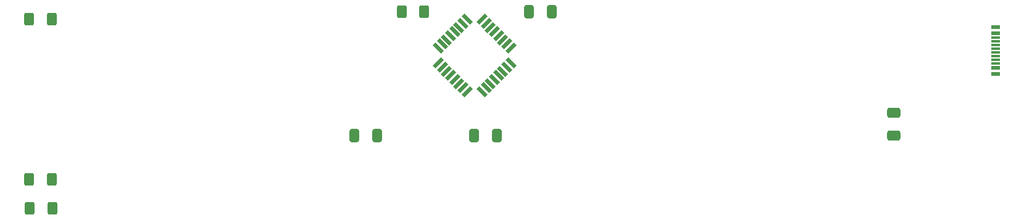
<source format=gbr>
%TF.GenerationSoftware,KiCad,Pcbnew,7.0.2*%
%TF.CreationDate,2024-10-16T20:37:04+05:30*%
%TF.ProjectId,digitalClock,64696769-7461-46c4-936c-6f636b2e6b69,rev?*%
%TF.SameCoordinates,Original*%
%TF.FileFunction,Paste,Top*%
%TF.FilePolarity,Positive*%
%FSLAX46Y46*%
G04 Gerber Fmt 4.6, Leading zero omitted, Abs format (unit mm)*
G04 Created by KiCad (PCBNEW 7.0.2) date 2024-10-16 20:37:04*
%MOMM*%
%LPD*%
G01*
G04 APERTURE LIST*
G04 Aperture macros list*
%AMRoundRect*
0 Rectangle with rounded corners*
0 $1 Rounding radius*
0 $2 $3 $4 $5 $6 $7 $8 $9 X,Y pos of 4 corners*
0 Add a 4 corners polygon primitive as box body*
4,1,4,$2,$3,$4,$5,$6,$7,$8,$9,$2,$3,0*
0 Add four circle primitives for the rounded corners*
1,1,$1+$1,$2,$3*
1,1,$1+$1,$4,$5*
1,1,$1+$1,$6,$7*
1,1,$1+$1,$8,$9*
0 Add four rect primitives between the rounded corners*
20,1,$1+$1,$2,$3,$4,$5,0*
20,1,$1+$1,$4,$5,$6,$7,0*
20,1,$1+$1,$6,$7,$8,$9,0*
20,1,$1+$1,$8,$9,$2,$3,0*%
%AMRotRect*
0 Rectangle, with rotation*
0 The origin of the aperture is its center*
0 $1 length*
0 $2 width*
0 $3 Rotation angle, in degrees counterclockwise*
0 Add horizontal line*
21,1,$1,$2,0,0,$3*%
G04 Aperture macros list end*
%ADD10RoundRect,0.250000X0.412500X0.650000X-0.412500X0.650000X-0.412500X-0.650000X0.412500X-0.650000X0*%
%ADD11RoundRect,0.250000X0.400000X0.625000X-0.400000X0.625000X-0.400000X-0.625000X0.400000X-0.625000X0*%
%ADD12R,1.150000X0.600000*%
%ADD13R,1.150000X0.300000*%
%ADD14RotRect,1.600000X0.550000X45.000000*%
%ADD15RotRect,1.600000X0.550000X135.000000*%
%ADD16RoundRect,0.250000X-0.412500X-0.650000X0.412500X-0.650000X0.412500X0.650000X-0.412500X0.650000X0*%
%ADD17RoundRect,0.250000X-0.650000X0.412500X-0.650000X-0.412500X0.650000X-0.412500X0.650000X0.412500X0*%
G04 APERTURE END LIST*
D10*
%TO.C,C1*%
X131125000Y-105000000D03*
X128000000Y-105000000D03*
%TD*%
D11*
%TO.C,R2*%
X86500000Y-89000000D03*
X83400000Y-89000000D03*
%TD*%
D12*
%TO.C,J7*%
X215935000Y-96520000D03*
X215935000Y-95720000D03*
D13*
X215935000Y-94570000D03*
X215935000Y-93570000D03*
X215935000Y-93070000D03*
X215935000Y-92070000D03*
D12*
X215935000Y-90120000D03*
X215935000Y-90920000D03*
D13*
X215935000Y-91570000D03*
X215935000Y-92570000D03*
X215935000Y-94070000D03*
X215935000Y-95070000D03*
%TD*%
D14*
%TO.C,U1*%
X139514897Y-95025305D03*
X140080583Y-95590990D03*
X140646268Y-96156676D03*
X141211953Y-96722361D03*
X141777639Y-97288047D03*
X142343324Y-97853732D03*
X142909010Y-98419417D03*
X143474695Y-98985103D03*
D15*
X145525305Y-98985103D03*
X146090990Y-98419417D03*
X146656676Y-97853732D03*
X147222361Y-97288047D03*
X147788047Y-96722361D03*
X148353732Y-96156676D03*
X148919417Y-95590990D03*
X149485103Y-95025305D03*
D14*
X149485103Y-92974695D03*
X148919417Y-92409010D03*
X148353732Y-91843324D03*
X147788047Y-91277639D03*
X147222361Y-90711953D03*
X146656676Y-90146268D03*
X146090990Y-89580583D03*
X145525305Y-89014897D03*
D15*
X143474695Y-89014897D03*
X142909010Y-89580583D03*
X142343324Y-90146268D03*
X141777639Y-90711953D03*
X141211953Y-91277639D03*
X140646268Y-91843324D03*
X140080583Y-92409010D03*
X139514897Y-92974695D03*
%TD*%
D11*
%TO.C,R4*%
X86600000Y-115000000D03*
X83500000Y-115000000D03*
%TD*%
D10*
%TO.C,C3*%
X155125000Y-88000000D03*
X152000000Y-88000000D03*
%TD*%
D11*
%TO.C,R3*%
X86500000Y-111000000D03*
X83400000Y-111000000D03*
%TD*%
D16*
%TO.C,C2*%
X144437500Y-105000000D03*
X147562500Y-105000000D03*
%TD*%
D17*
%TO.C,C4*%
X202000000Y-101875000D03*
X202000000Y-105000000D03*
%TD*%
D11*
%TO.C,R1*%
X137600000Y-88000000D03*
X134500000Y-88000000D03*
%TD*%
M02*

</source>
